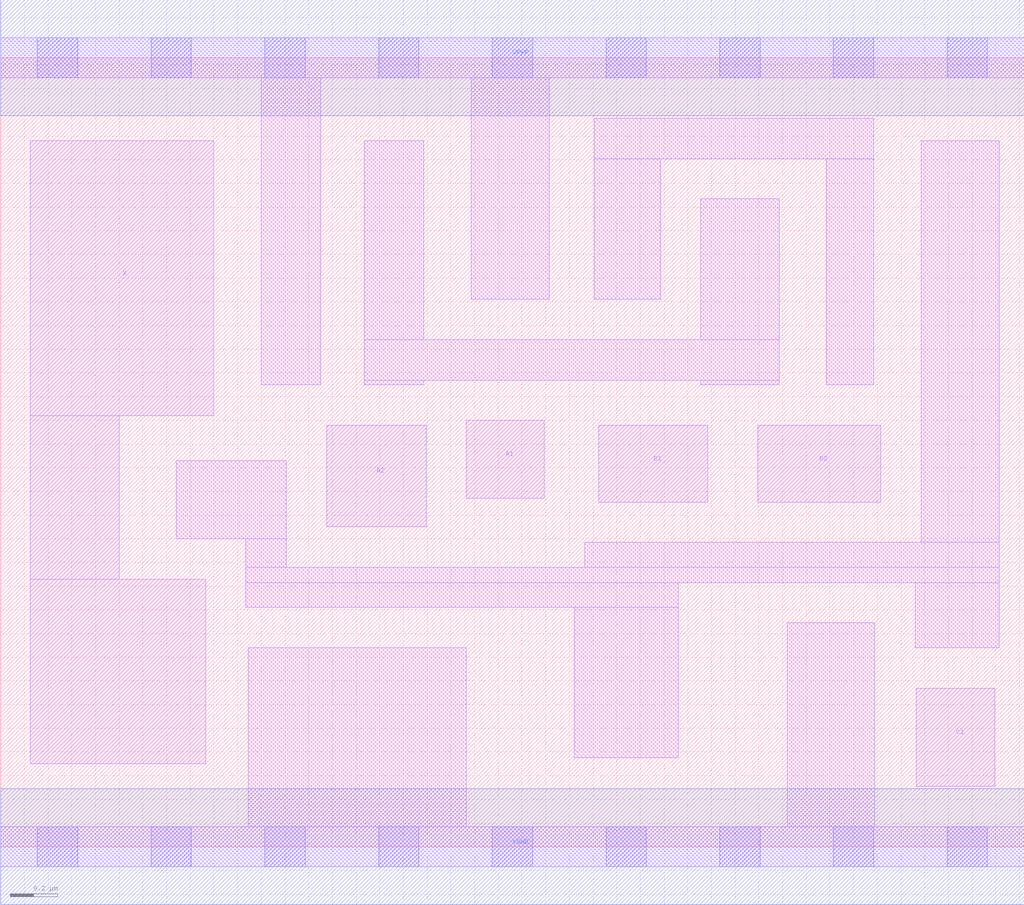
<source format=lef>
# Copyright 2020 The SkyWater PDK Authors
#
# Licensed under the Apache License, Version 2.0 (the "License");
# you may not use this file except in compliance with the License.
# You may obtain a copy of the License at
#
#     https://www.apache.org/licenses/LICENSE-2.0
#
# Unless required by applicable law or agreed to in writing, software
# distributed under the License is distributed on an "AS IS" BASIS,
# WITHOUT WARRANTIES OR CONDITIONS OF ANY KIND, either express or implied.
# See the License for the specific language governing permissions and
# limitations under the License.
#
# SPDX-License-Identifier: Apache-2.0

VERSION 5.7 ;
  NOWIREEXTENSIONATPIN ON ;
  DIVIDERCHAR "/" ;
  BUSBITCHARS "[]" ;
UNITS
  DATABASE MICRONS 200 ;
END UNITS
MACRO sky130_fd_sc_hs__a221o_1
  CLASS CORE ;
  FOREIGN sky130_fd_sc_hs__a221o_1 ;
  ORIGIN  0.000000  0.000000 ;
  SIZE  4.320000 BY  3.330000 ;
  SYMMETRY X Y ;
  SITE unit ;
  PIN A1
    ANTENNAGATEAREA  0.246000 ;
    DIRECTION INPUT ;
    USE SIGNAL ;
    PORT
      LAYER li1 ;
        RECT 1.965000 1.470000 2.295000 1.800000 ;
    END
  END A1
  PIN A2
    ANTENNAGATEAREA  0.246000 ;
    DIRECTION INPUT ;
    USE SIGNAL ;
    PORT
      LAYER li1 ;
        RECT 1.375000 1.350000 1.795000 1.780000 ;
    END
  END A2
  PIN B1
    ANTENNAGATEAREA  0.246000 ;
    DIRECTION INPUT ;
    USE SIGNAL ;
    PORT
      LAYER li1 ;
        RECT 2.525000 1.455000 2.985000 1.780000 ;
    END
  END B1
  PIN B2
    ANTENNAGATEAREA  0.246000 ;
    DIRECTION INPUT ;
    USE SIGNAL ;
    PORT
      LAYER li1 ;
        RECT 3.195000 1.455000 3.715000 1.780000 ;
    END
  END B2
  PIN C1
    ANTENNAGATEAREA  0.246000 ;
    DIRECTION INPUT ;
    USE SIGNAL ;
    PORT
      LAYER li1 ;
        RECT 3.865000 0.255000 4.195000 0.670000 ;
    END
  END C1
  PIN X
    ANTENNADIFFAREA  0.504100 ;
    DIRECTION OUTPUT ;
    USE SIGNAL ;
    PORT
      LAYER li1 ;
        RECT 0.125000 0.350000 0.865000 1.130000 ;
        RECT 0.125000 1.130000 0.500000 1.820000 ;
        RECT 0.125000 1.820000 0.900000 2.980000 ;
    END
  END X
  PIN VGND
    DIRECTION INOUT ;
    USE GROUND ;
    PORT
      LAYER met1 ;
        RECT 0.000000 -0.245000 4.320000 0.245000 ;
    END
  END VGND
  PIN VPWR
    DIRECTION INOUT ;
    USE POWER ;
    PORT
      LAYER met1 ;
        RECT 0.000000 3.085000 4.320000 3.575000 ;
    END
  END VPWR
  OBS
    LAYER li1 ;
      RECT 0.000000 -0.085000 4.320000 0.085000 ;
      RECT 0.000000  3.245000 4.320000 3.415000 ;
      RECT 0.740000  1.300000 1.205000 1.630000 ;
      RECT 1.035000  1.010000 2.860000 1.115000 ;
      RECT 1.035000  1.115000 4.215000 1.180000 ;
      RECT 1.035000  1.180000 1.205000 1.300000 ;
      RECT 1.045000  0.085000 1.965000 0.840000 ;
      RECT 1.100000  1.950000 1.350000 3.245000 ;
      RECT 1.535000  1.950000 1.785000 1.970000 ;
      RECT 1.535000  1.970000 3.285000 2.140000 ;
      RECT 1.535000  2.140000 1.785000 2.980000 ;
      RECT 1.985000  2.310000 2.315000 3.245000 ;
      RECT 2.420000  0.375000 2.860000 1.010000 ;
      RECT 2.465000  1.180000 4.215000 1.285000 ;
      RECT 2.505000  2.310000 2.785000 2.905000 ;
      RECT 2.505000  2.905000 3.685000 3.075000 ;
      RECT 2.955000  1.950000 3.285000 1.970000 ;
      RECT 2.955000  2.140000 3.285000 2.735000 ;
      RECT 3.320000  0.085000 3.690000 0.945000 ;
      RECT 3.485000  1.950000 3.685000 2.905000 ;
      RECT 3.860000  0.840000 4.215000 1.115000 ;
      RECT 3.885000  1.285000 4.215000 2.980000 ;
    LAYER mcon ;
      RECT 0.155000 -0.085000 0.325000 0.085000 ;
      RECT 0.155000  3.245000 0.325000 3.415000 ;
      RECT 0.635000 -0.085000 0.805000 0.085000 ;
      RECT 0.635000  3.245000 0.805000 3.415000 ;
      RECT 1.115000 -0.085000 1.285000 0.085000 ;
      RECT 1.115000  3.245000 1.285000 3.415000 ;
      RECT 1.595000 -0.085000 1.765000 0.085000 ;
      RECT 1.595000  3.245000 1.765000 3.415000 ;
      RECT 2.075000 -0.085000 2.245000 0.085000 ;
      RECT 2.075000  3.245000 2.245000 3.415000 ;
      RECT 2.555000 -0.085000 2.725000 0.085000 ;
      RECT 2.555000  3.245000 2.725000 3.415000 ;
      RECT 3.035000 -0.085000 3.205000 0.085000 ;
      RECT 3.035000  3.245000 3.205000 3.415000 ;
      RECT 3.515000 -0.085000 3.685000 0.085000 ;
      RECT 3.515000  3.245000 3.685000 3.415000 ;
      RECT 3.995000 -0.085000 4.165000 0.085000 ;
      RECT 3.995000  3.245000 4.165000 3.415000 ;
  END
END sky130_fd_sc_hs__a221o_1
END LIBRARY

</source>
